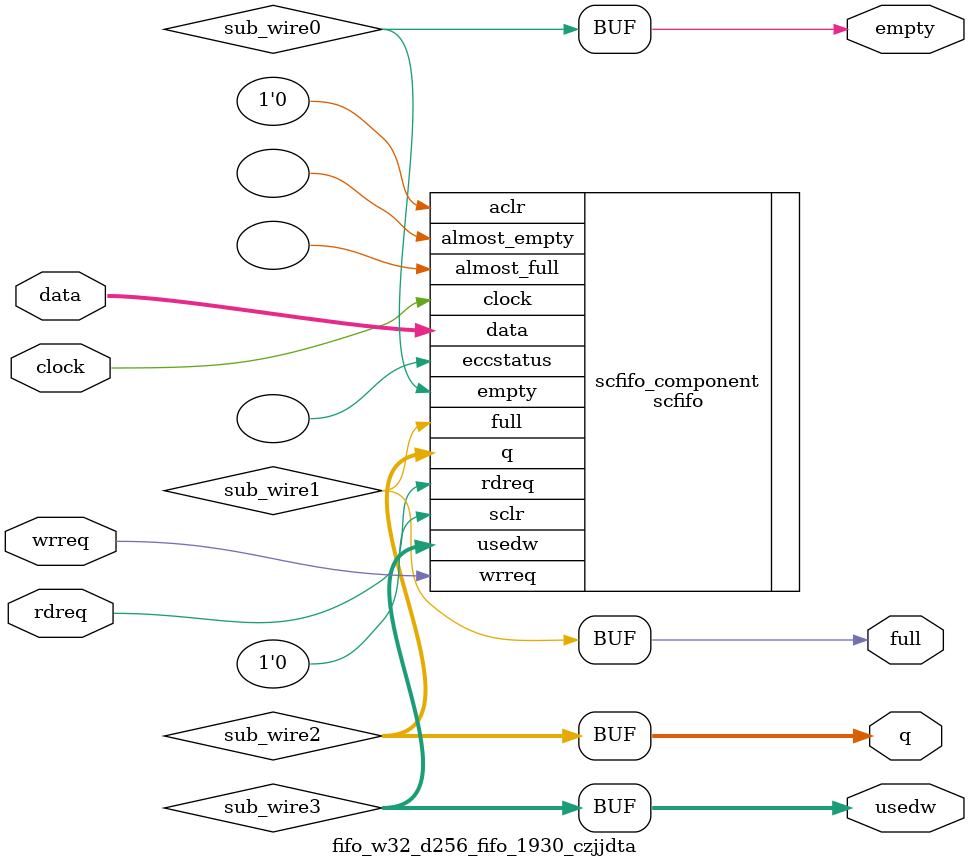
<source format=v>



`timescale 1 ps / 1 ps
// synopsys translate_on
module  fifo_w32_d256_fifo_1930_czjjdta  (
    clock,
    data,
    rdreq,
    wrreq,
    empty,
    full,
    q,
    usedw);

    input    clock;
    input  [31:0]  data;
    input    rdreq;
    input    wrreq;
    output   empty;
    output   full;
    output [31:0]  q;
    output [7:0]  usedw;

    wire  sub_wire0;
    wire  sub_wire1;
    wire [31:0] sub_wire2;
    wire [7:0] sub_wire3;
    wire  empty = sub_wire0;
    wire  full = sub_wire1;
    wire [31:0] q = sub_wire2[31:0];
    wire [7:0] usedw = sub_wire3[7:0];

    scfifo  scfifo_component (
                .clock (clock),
                .data (data),
                .rdreq (rdreq),
                .wrreq (wrreq),
                .empty (sub_wire0),
                .full (sub_wire1),
                .q (sub_wire2),
                .usedw (sub_wire3),
                .aclr (1'b0),
                .almost_empty (),
                .almost_full (),
                .eccstatus (),
                .sclr (1'b0));
    defparam
        scfifo_component.add_ram_output_register  = "OFF",
        scfifo_component.enable_ecc  = "FALSE",
        scfifo_component.intended_device_family  = "Agilex 7",
        scfifo_component.lpm_hint  = "",
        scfifo_component.lpm_numwords  = 256,
        scfifo_component.lpm_showahead  = "OFF",
        scfifo_component.lpm_type  = "scfifo",
        scfifo_component.lpm_width  = 32,
        scfifo_component.lpm_widthu  = 8,
        scfifo_component.overflow_checking  = "ON",
        scfifo_component.underflow_checking  = "ON",
        scfifo_component.use_eab  = "ON";


endmodule



</source>
